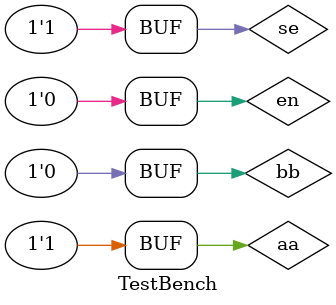
<source format=sv>
`timescale 1ns/1ns

module Not(input a, output w);
	supply1 Vdd;
	supply0 gnd;
	nmos #(3,5,7) N1(w,gnd,a);
	pmos #(4,7,9) P1(w,Vdd,a);
endmodule

module TriStateNot(input a,c, output w);
	supply1 Vdd;
	supply0 gnd;
	wire i,j,k;
	pmos #(4,7,9) P1(j,Vdd,a);
	pmos #(4,7,9) P2(w,j,i);
	pmos #(4,7,9) P3(i,Vdd,c);
	nmos #(3,5,7) N1(k,gnd,a);
	nmos #(3,5,7) N2(w,k,c);
	nmos #(3,5,7) N3(i,gnd,c);
endmodule

module main(input a,b,s,e, output w);
	wire ns,j;
	Not N1(s,ns);
	TriStateNot N2(a,ns,j);
	TriStateNot N3(b,s,j);
	TriStateNot N4(j,e,w);
endmodule

module TestBench();
	reg aa=0,bb=1,se=0,en=1;
	wire w;
	main M1(aa,bb,se,en,w);
	initial begin
	#50 se = 1;
	#50 se = 0;
	aa = 1;
	bb = 0;
	#100 se=1;
	#100 en=0;  
	end
endmodule
</source>
